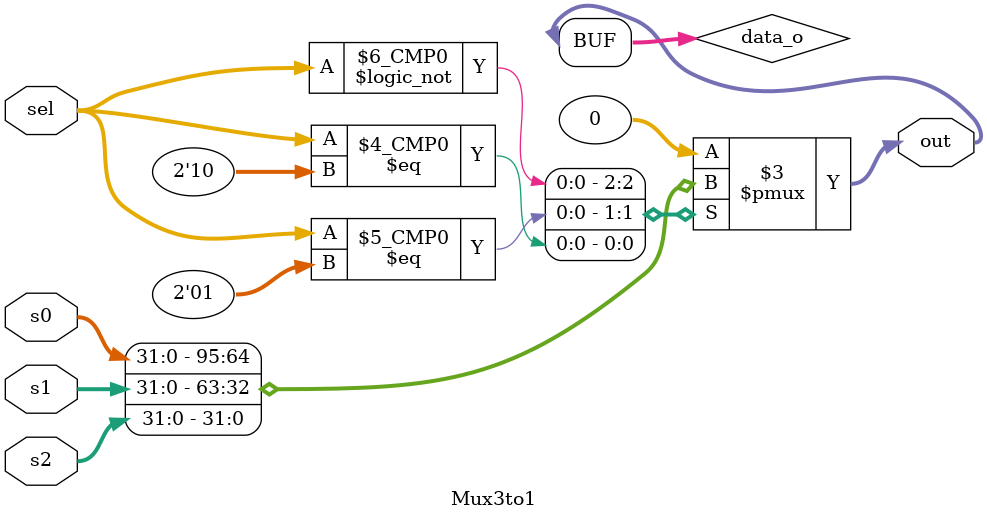
<source format=v>
module Mux3to1 #(
    parameter size = 32
)
(
    input [1:0]sel,
    input signed [size-1:0] s0,
    input signed [size-1:0] s1,
    input signed [size-1:0] s2,
    output signed [size-1:0] out
);
    // TODO: implement your 3to1 multiplexer here
    reg [size-1:0] data_o;
    always @(sel or s0 or s1 or s2) begin
        case(sel)
            2'b00: data_o = s0;
            2'b01: data_o = s1;
            2'b10: data_o = s2;
            default: data_o = 0;
        endcase
    end
    assign out = data_o;
endmodule

</source>
